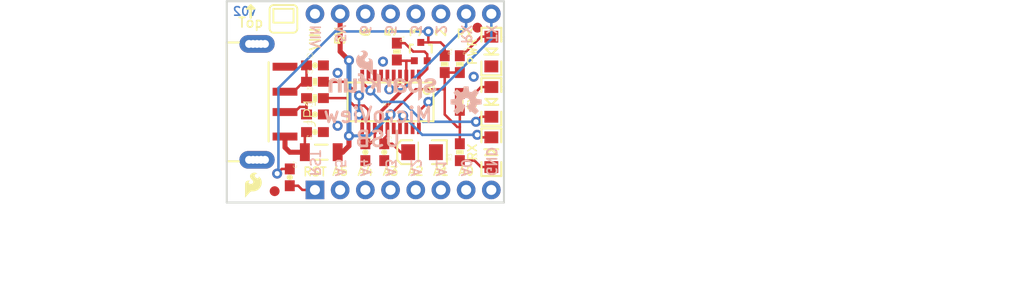
<source format=kicad_pcb>
(kicad_pcb (version 20211014) (generator pcbnew)
  (layers (0 "F.Cu" signal) (31 "B.Cu" signal) (34 "B.Paste" user) (35 "F.Paste" user) (36 "B.SilkS" user "B.Silkscreen") (37 "F.SilkS" user "F.Silkscreen") (38 "B.Mask" user) (39 "F.Mask" user) (44 "Edge.Cuts" user))
  (net 0 "")
  (net 1 "5V")
  (net 2 "GND")
  (net 3 "3.3V")
  (net 4 "DTR")
  (net 5 "D-")
  (net 6 "D+")
  (net 7 "VUSB")
  (net 8 "TXLED")
  (net 9 "RXLED")
  (net 10 "N$8")
  (net 11 "N$10")
  (net 12 "TXD")
  (net 13 "RXD")
  (net 14 "N$6")
  (net 15 "N$7")
  (net 16 "N$12")
  (net 17 "N$1")
  (net 18 "N$2")
  (footprint "boardEagle:SOT323" (layer "F.Cu") (at 154.0891 99.9236)
    (fp_text reference "Q1" (at -1.1255 -1.878) (layer "F.SilkS") (effects (font (size 0.373888 0.373888) (thickness 0.032512)) (justify left bottom)))
    (fp_text value "2N7002PW")
    (pad "1" smd rect (at -0.65 0.925) (size 0.7 0.7) (layers "F.Cu" "F.Paste" "F.Mask") (net 3 "3.3V"))
    (pad "2" smd rect (at 0.65 0.925) (size 0.7 0.7) (layers "F.Cu" "F.Paste" "F.Mask") (net 16 "N$12"))
    (pad "3" smd rect (at 0 -0.925) (size 0.7 0.7) (layers "F.Cu" "F.Paste" "F.Mask") (net 4 "DTR"))
  )
  (footprint "boardEagle:PTC-1206-WIDE" (layer "F.Cu") (at 144.0561 110.0836)
    (fp_text reference "F1" (at -1.524 -1.27) (layer "F.SilkS") (effects (font (size 0.373888 0.373888) (thickness 0.032512)) (justify left bottom)))
    (fp_text value "500mA")
    (pad "1" smd rect (at -1.654 0) (size 1 1.8) (layers "F.Cu" "F.Paste" "F.Mask") (net 7 "VUSB"))
    (pad "2" smd rect (at 1.654 0) (size 1 1.8) (layers "F.Cu" "F.Paste" "F.Mask") (net 1 "5V"))
  )
  (footprint "boardEagle:0603-CAP" (layer "F.Cu") (at 148.5011 110.0836 -90)
    (fp_text reference "C6" (at -0.889 -0.762 -90) (layer "F.SilkS") (effects (font (size 0.373888 0.373888) (thickness 0.032512)) (justify left bottom)))
    (fp_text value "0.1uF")
    (pad "1" smd rect (at -0.85 0 270) (size 1.1 1) (layers "F.Cu" "F.Paste" "F.Mask") (net 3 "3.3V"))
    (pad "2" smd rect (at 0.85 0 270) (size 1.1 1) (layers "F.Cu" "F.Paste" "F.Mask") (net 2 "GND"))
  )
  (footprint "boardEagle:USB-A-SMT-MALE" (layer "F.Cu") (at 134.5311 105.0036 90)
    (fp_text reference "JP1" (at -2.7 9.07 90) (layer "F.SilkS") (effects (font (size 1.1684 1.1684) (thickness 0.1016)) (justify left bottom)))
    (fp_text value "USBA-SMD-MALE" hide)
    (pad "" np_thru_hole circle (at 5.85 2.25 90) (size 0.8 0.8) (drill 0.8) (layers *.Cu *.Mask))
    (pad "" np_thru_hole circle (at -5.85 2.65 90) (size 0.8 0.8) (drill 0.8) (layers *.Cu *.Mask))
    (pad "" np_thru_hole circle (at -5.85 2.25 90) (size 0.8 0.8) (drill 0.8) (layers *.Cu *.Mask))
    (pad "" np_thru_hole circle (at 5.85 2.65 90) (size 0.8 0.8) (drill 0.8) (layers *.Cu *.Mask))
    (pad "" np_thru_hole circle (at -5.85 3.85 90) (size 0.8 0.8) (drill 0.8) (layers *.Cu *.Mask))
    (pad "" np_thru_hole circle (at -5.85 3.45 90) (size 0.8 0.8) (drill 0.8) (layers *.Cu *.Mask))
    (pad "" np_thru_hole circle (at -2.25 3.12 90) (size 1.1 1.1) (drill 1.1) (layers *.Cu *.Mask))
    (pad "" np_thru_hole circle (at 5.85 3.45 90) (size 0.8 0.8) (drill 0.8) (layers *.Cu *.Mask))
    (pad "" np_thru_hole circle (at 2.25 3.12 90) (size 1.1 1.1) (drill 1.1) (layers *.Cu *.Mask))
    (pad "" np_thru_hole circle (at 5.85 3.85 90) (size 0.8 0.8) (drill 0.8) (layers *.Cu *.Mask))
    (pad "D+1" smd rect (at 1.027 5.87) (size 2.5 0.8) (layers "F.Cu" "F.Paste" "F.Mask") (net 6 "D+"))
    (pad "D-1" smd rect (at -1.027 5.87) (size 2.5 0.8) (layers "F.Cu" "F.Paste" "F.Mask") (net 5 "D-"))
    (pad "GND1" smd rect (at 3.5508 5.87) (size 2.5 0.8) (layers "F.Cu" "F.Paste" "F.Mask") (net 2 "GND"))
    (pad "P$1" thru_hole oval (at 5.85 3.05 180) (size 3.556 1.778) (drill 0.8) (layers *.Cu *.Mask))
    (pad "P$3" thru_hole oval (at -5.85 3.05 180) (size 3.556 1.778) (drill 0.8) (layers *.Cu *.Mask))
    (pad "VBUS1" smd rect (at -3.5 5.87) (size 2.5 0.8) (layers "F.Cu" "F.Paste" "F.Mask") (net 7 "VUSB"))
  )
  (footprint "boardEagle:0603-CAP" (layer "F.Cu") (at 150.4061 110.0836 -90)
    (fp_text reference "C5" (at -0.889 -0.762 -90) (layer "F.SilkS") (effects (font (size 0.373888 0.373888) (thickness 0.032512)) (justify left bottom)))
    (fp_text value "0.1uF")
    (pad "1" smd rect (at -0.85 0 270) (size 1.1 1) (layers "F.Cu" "F.Paste" "F.Mask") (net 1 "5V"))
    (pad "2" smd rect (at 0.85 0 270) (size 1.1 1) (layers "F.Cu" "F.Paste" "F.Mask") (net 2 "GND"))
  )
  (footprint "boardEagle:0603-CAP" (layer "F.Cu") (at 143.4211 106.2736)
    (fp_text reference "C2" (at -0.889 -0.762) (layer "F.SilkS") (effects (font (size 0.373888 0.373888) (thickness 0.032512)) (justify left bottom)))
    (fp_text value "47pF")
    (pad "1" smd rect (at -0.85 0) (size 1.1 1) (layers "F.Cu" "F.Paste" "F.Mask") (net 5 "D-"))
    (pad "2" smd rect (at 0.85 0) (size 1.1 1) (layers "F.Cu" "F.Paste" "F.Mask") (net 2 "GND"))
  )
  (footprint "boardEagle:0603-RES" (layer "F.Cu") (at 156.5021 101.1936 -90)
    (fp_text reference "R2" (at -0.889 -0.762 -90) (layer "F.SilkS") (effects (font (size 0.373888 0.373888) (thickness 0.032512)) (justify left bottom)))
    (fp_text value "10K")
    (pad "1" smd rect (at -0.85 0 270) (size 1.1 1) (layers "F.Cu" "F.Paste" "F.Mask") (net 4 "DTR"))
    (pad "2" smd rect (at 0.85 0 270) (size 1.1 1) (layers "F.Cu" "F.Paste" "F.Mask") (net 1 "5V"))
  )
  (footprint "boardEagle:0603-RES" (layer "F.Cu") (at 158.0261 105.0036 -90)
    (fp_text reference "R4" (at -0.889 -0.762 -90) (layer "F.SilkS") (effects (font (size 0.373888 0.373888) (thickness 0.032512)) (justify left bottom)))
    (fp_text value "1K")
    (pad "1" smd rect (at -0.85 0 270) (size 1.1 1) (layers "F.Cu" "F.Paste" "F.Mask") (net 10 "N$8"))
    (pad "2" smd rect (at 0.85 0 270) (size 1.1 1) (layers "F.Cu" "F.Paste" "F.Mask") (net 1 "5V"))
  )
  (footprint "boardEagle:0603-CAP" (layer "F.Cu") (at 143.4211 108.0516)
    (fp_text reference "C1" (at -0.889 -0.762) (layer "F.SilkS") (effects (font (size 0.373888 0.373888) (thickness 0.032512)) (justify left bottom)))
    (fp_text value "0.1uF")
    (pad "1" smd rect (at -0.85 0) (size 1.1 1) (layers "F.Cu" "F.Paste" "F.Mask") (net 7 "VUSB"))
    (pad "2" smd rect (at 0.85 0) (size 1.1 1) (layers "F.Cu" "F.Paste" "F.Mask") (net 2 "GND"))
  )
  (footprint "boardEagle:LED-1206" (layer "F.Cu") (at 161.2011 105.0036 -90)
    (fp_text reference "D2" (at -0.889 -1.397 -90) (layer "F.SilkS") (effects (font (size 0.373888 0.373888) (thickness 0.032512)) (justify left bottom)))
    (fp_text value "RED")
    (pad "A" smd rect (at -1.5 0 270) (size 1.2 1.4) (layers "F.Cu" "F.Paste" "F.Mask") (net 10 "N$8"))
    (pad "C" smd rect (at 1.5 0 270) (size 1.2 1.4) (layers "F.Cu" "F.Paste" "F.Mask") (net 8 "TXLED"))
  )
  (footprint "boardEagle:LED-1206" (layer "F.Cu") (at 161.2011 99.9236 -90)
    (fp_text reference "D1" (at -0.889 -1.397 -90) (layer "F.SilkS") (effects (font (size 0.373888 0.373888) (thickness 0.032512)) (justify left bottom)))
    (fp_text value "GREEN")
    (pad "A" smd rect (at -1.5 0 270) (size 1.2 1.4) (layers "F.Cu" "F.Paste" "F.Mask") (net 17 "N$1"))
    (pad "C" smd rect (at 1.5 0 270) (size 1.2 1.4) (layers "F.Cu" "F.Paste" "F.Mask") (net 2 "GND"))
  )
  (footprint "boardEagle:0603-CAP" (layer "F.Cu") (at 143.4211 101.3206)
    (fp_text reference "C3" (at -0.889 -0.762) (layer "F.SilkS") (effects (font (size 0.373888 0.373888) (thickness 0.032512)) (justify left bottom)))
    (fp_text value "47pF")
    (pad "1" smd rect (at -0.85 0) (size 1.1 1) (layers "F.Cu" "F.Paste" "F.Mask") (net 6 "D+"))
    (pad "2" smd rect (at 0.85 0) (size 1.1 1) (layers "F.Cu" "F.Paste" "F.Mask") (net 2 "GND"))
  )
  (footprint "boardEagle:0603-RES" (layer "F.Cu") (at 158.0261 110.0836 90)
    (fp_text reference "R3" (at -0.889 -0.762 90) (layer "F.SilkS") (effects (font (size 0.373888 0.373888) (thickness 0.032512)) (justify left bottom)))
    (fp_text value "1K")
    (pad "1" smd rect (at -0.85 0 90) (size 1.1 1) (layers "F.Cu" "F.Paste" "F.Mask") (net 11 "N$10"))
    (pad "2" smd rect (at 0.85 0 90) (size 1.1 1) (layers "F.Cu" "F.Paste" "F.Mask") (net 1 "5V"))
  )
  (footprint "boardEagle:0603-CAP" (layer "F.Cu") (at 140.8811 112.6236 -90)
    (fp_text reference "C7" (at -0.889 -0.762 -90) (layer "F.SilkS") (effects (font (size 0.373888 0.373888) (thickness 0.032512)) (justify left bottom)))
    (fp_text value "0.1uF")
    (pad "1" smd rect (at -0.85 0 270) (size 1.1 1) (layers "F.Cu" "F.Paste" "F.Mask") (net 4 "DTR"))
    (pad "2" smd rect (at 0.85 0 270) (size 1.1 1) (layers "F.Cu" "F.Paste" "F.Mask") (net 18 "N$2"))
  )
  (footprint "boardEagle:SFE_LOGO_FLAME_.1" (layer "F.Cu") (at 136.0551 115.0366)
    (fp_text reference "LOGO1" hide)
    (fp_text value "SFE_LOGO_FLAME.1_INCH" hide)
  )
  (footprint "boardEagle:FIDUCIAL-1X2" (layer "F.Cu") (at 159.8041 97.5106)
    (fp_text reference "FID2" hide)
    (fp_text value "FIDUCIAL1X2" hide)
    (pad "1" smd roundrect (at 0 0) (size 1 1) (layers "F.Cu" "F.Mask") (roundrect_rratio 0.5))
  )
  (footprint "boardEagle:0603-RES" (layer "F.Cu") (at 158.0261 101.1936 -90)
    (fp_text reference "R5" (at -0.889 -0.762 -90) (layer "F.SilkS") (effects (font (size 0.373888 0.373888) (thickness 0.032512)) (justify left bottom)))
    (fp_text value "1K")
    (pad "1" smd rect (at -0.85 0 270) (size 1.1 1) (layers "F.Cu" "F.Paste" "F.Mask") (net 17 "N$1"))
    (pad "2" smd rect (at 0.85 0 270) (size 1.1 1) (layers "F.Cu" "F.Paste" "F.Mask") (net 1 "5V"))
  )
  (footprint "boardEagle:FIDUCIAL-1X2" (layer "F.Cu") (at 139.3571 114.0206)
    (fp_text reference "FID1" hide)
    (fp_text value "FIDUCIAL1X2" hide)
    (pad "1" smd roundrect (at 0 0) (size 1 1) (layers "F.Cu" "F.Mask") (roundrect_rratio 0.5))
  )
  (footprint "boardEagle:MV-DIP16-NODIMENSION" (layer "F.Cu") (at 143.4211 113.8936)
    (fp_text reference "J1" hide)
    (fp_text value "MICROVIEW-16ND" hide)
    (pad "1" thru_hole rect (at 0 0 90) (size 1.8796 1.8796) (drill 1.016) (layers *.Cu *.Mask) (net 18 "N$2"))
    (pad "2" thru_hole circle (at 2.54 0 90) (size 1.8796 1.8796) (drill 1.016) (layers *.Cu *.Mask))
    (pad "3" thru_hole circle (at 5.08 0 90) (size 1.8796 1.8796) (drill 1.016) (layers *.Cu *.Mask))
    (pad "4" thru_hole circle (at 7.62 0 90) (size 1.8796 1.8796) (drill 1.016) (layers *.Cu *.Mask))
    (pad "5" thru_hole circle (at 10.16 0 90) (size 1.8796 1.8796) (drill 1.016) (layers *.Cu *.Mask))
    (pad "6" thru_hole circle (at 12.7 0 90) (size 1.8796 1.8796) (drill 1.016) (layers *.Cu *.Mask))
    (pad "7" thru_hole circle (at 15.24 0 90) (size 1.8796 1.8796) (drill 1.016) (layers *.Cu *.Mask))
    (pad "8" thru_hole circle (at 17.78 0 90) (size 1.8796 1.8796) (drill 1.016) (layers *.Cu *.Mask) (net 2 "GND"))
    (pad "9" thru_hole circle (at 17.78 -17.78 270) (size 1.8796 1.8796) (drill 1.016) (layers *.Cu *.Mask) (net 12 "TXD"))
    (pad "10" thru_hole circle (at 15.24 -17.78 270) (size 1.8796 1.8796) (drill 1.016) (layers *.Cu *.Mask) (net 13 "RXD"))
    (pad "11" thru_hole circle (at 12.7 -17.78 270) (size 1.8796 1.8796) (drill 1.016) (layers *.Cu *.Mask))
    (pad "12" thru_hole circle (at 10.16 -17.78 270) (size 1.8796 1.8796) (drill 1.016) (layers *.Cu *.Mask))
    (pad "13" thru_hole circle (at 7.62 -17.78 270) (size 1.8796 1.8796) (drill 1.016) (layers *.Cu *.Mask))
    (pad "14" thru_hole circle (at 5.08 -17.78 270) (size 1.8796 1.8796) (drill 1.016) (layers *.Cu *.Mask))
    (pad "15" thru_hole circle (at 2.54 -17.78 270) (size 1.8796 1.8796) (drill 1.016) (layers *.Cu *.Mask) (net 1 "5V"))
    (pad "16" thru_hole circle (at 0 -17.78 270) (size 1.8796 1.8796) (drill 1.016) (layers *.Cu *.Mask))
  )
  (footprint "boardEagle:0603-RES" (layer "F.Cu") (at 143.4211 104.6226)
    (fp_text reference "R6" (at -0.889 -0.762) (layer "F.SilkS") (effects (font (size 0.373888 0.373888) (thickness 0.032512)) (justify left bottom)))
    (fp_text value "27")
    (pad "1" smd rect (at -0.85 0) (size 1.1 1) (layers "F.Cu" "F.Paste" "F.Mask") (net 5 "D-"))
    (pad "2" smd rect (at 0.85 0) (size 1.1 1) (layers "F.Cu" "F.Paste" "F.Mask") (net 14 "N$6"))
  )
  (footprint "boardEagle:0603-RES" (layer "F.Cu") (at 151.6761 99.9236 -90)
    (fp_text reference "R1" (at -0.889 -0.762 -90) (layer "F.SilkS") (effects (font (size 0.373888 0.373888) (thickness 0.032512)) (justify left bottom)))
    (fp_text value "10K")
    (pad "1" smd rect (at -0.85 0 270) (size 1.1 1) (layers "F.Cu" "F.Paste" "F.Mask") (net 16 "N$12"))
    (pad "2" smd rect (at 0.85 0 270) (size 1.1 1) (layers "F.Cu" "F.Paste" "F.Mask") (net 3 "3.3V"))
  )
  (footprint "boardEagle:0603-RES" (layer "F.Cu") (at 143.4211 102.9716)
    (fp_text reference "R7" (at -0.889 -0.762) (layer "F.SilkS") (effects (font (size 0.373888 0.373888) (thickness 0.032512)) (justify left bottom)))
    (fp_text value "27")
    (pad "1" smd rect (at -0.85 0) (size 1.1 1) (layers "F.Cu" "F.Paste" "F.Mask") (net 6 "D+"))
    (pad "2" smd rect (at 0.85 0) (size 1.1 1) (layers "F.Cu" "F.Paste" "F.Mask") (net 15 "N$7"))
  )
  (footprint "boardEagle:LED-1206" (layer "F.Cu") (at 161.2011 110.0836 90)
    (fp_text reference "D3" (at -0.889 -1.397 90) (layer "F.SilkS") (effects (font (size 0.373888 0.373888) (thickness 0.032512)) (justify left bottom)))
    (fp_text value "Yellow")
    (pad "A" smd rect (at -1.5 0 90) (size 1.2 1.4) (layers "F.Cu" "F.Paste" "F.Mask") (net 11 "N$10"))
    (pad "C" smd rect (at 1.5 0 90) (size 1.2 1.4) (layers "F.Cu" "F.Paste" "F.Mask") (net 9 "RXLED"))
  )
  (footprint "boardEagle:CREATIVE_COMMONS" (layer "F.Cu") (at 131.9911 125.3236)
    (fp_text reference "FRAME1" hide)
    (fp_text value "FRAME-LETTER" hide)
  )
  (footprint "boardEagle:SSOP20_L" (layer "F.Cu") (at 151.0411 105.0036 180)
    (fp_text reference "U1" (at 0 0 180) (layer "F.SilkS") (effects (font (size 0.373888 0.373888) (thickness 0.032512)) (justify right top)))
    (fp_text value "FT231XS")
    (pad "1" smd rect (at -2.8575 2.6797) (size 0.381 1.143) (layers "F.Cu" "F.Paste" "F.Mask") (net 16 "N$12"))
    (pad "2" smd rect (at -2.2225 2.6797) (size 0.381 1.143) (layers "F.Cu" "F.Paste" "F.Mask"))
    (pad "3" smd rect (at -1.5875 2.6797) (size 0.381 1.143) (layers "F.Cu" "F.Paste" "F.Mask") (net 3 "3.3V"))
    (pad "4" smd rect (at -0.9525 2.6797) (size 0.381 1.143) (layers "F.Cu" "F.Paste" "F.Mask") (net 13 "RXD"))
    (pad "5" smd rect (at -0.3175 2.6797) (size 0.381 1.143) (layers "F.Cu" "F.Paste" "F.Mask"))
    (pad "6" smd rect (at 0.3175 2.6797) (size 0.381 1.143) (layers "F.Cu" "F.Paste" "F.Mask") (net 2 "GND"))
    (pad "7" smd rect (at 0.9525 2.6797) (size 0.381 1.143) (layers "F.Cu" "F.Paste" "F.Mask"))
    (pad "8" smd rect (at 1.5875 2.6797) (size 0.381 1.143) (layers "F.Cu" "F.Paste" "F.Mask"))
    (pad "9" smd rect (at 2.2225 2.6797) (size 0.381 1.143) (layers "F.Cu" "F.Paste" "F.Mask"))
    (pad "10" smd rect (at 2.8575 2.6797) (size 0.381 1.143) (layers "F.Cu" "F.Paste" "F.Mask") (net 8 "TXLED"))
    (pad "11" smd rect (at 2.8575 -2.6797 180) (size 0.381 1.143) (layers "F.Cu" "F.Paste" "F.Mask") (net 15 "N$7"))
    (pad "12" smd rect (at 2.2225 -2.6797 180) (size 0.381 1.143) (layers "F.Cu" "F.Paste" "F.Mask") (net 14 "N$6"))
    (pad "13" smd rect (at 1.5875 -2.6797 180) (size 0.381 1.143) (layers "F.Cu" "F.Paste" "F.Mask") (net 3 "3.3V"))
    (pad "14" smd rect (at 0.9525 -2.6797 180) (size 0.381 1.143) (layers "F.Cu" "F.Paste" "F.Mask") (net 3 "3.3V"))
    (pad "15" smd rect (at 0.3175 -2.6797 180) (size 0.381 1.143) (layers "F.Cu" "F.Paste" "F.Mask") (net 1 "5V"))
    (pad "16" smd rect (at -0.3175 -2.6797 180) (size 0.381 1.143) (layers "F.Cu" "F.Paste" "F.Mask") (net 2 "GND"))
    (pad "17" smd rect (at -0.9525 -2.6797 180) (size 0.381 1.143) (layers "F.Cu" "F.Paste" "F.Mask") (net 9 "RXLED"))
    (pad "18" smd rect (at -1.5875 -2.6797 180) (size 0.381 1.143) (layers "F.Cu" "F.Paste" "F.Mask"))
    (pad "19" smd rect (at -2.2225 -2.6797 180) (size 0.381 1.143) (layers "F.Cu" "F.Paste" "F.Mask"))
    (pad "20" smd rect (at -2.8575 -2.6797 180) (size 0.381 1.143) (layers "F.Cu" "F.Paste" "F.Mask") (net 12 "TXD"))
  )
  (footprint "boardEagle:EIA3216" (layer "F.Cu") (at 154.2161 110.0836 180)
    (fp_text reference "C4" (at -2.54 -1.381 180) (layer "F.SilkS") (effects (font (size 0.373888 0.373888) (thickness 0.032512)) (justify right top)))
    (fp_text value "10uF")
    (pad "A" smd rect (at 1.4 0 270) (size 1.6 1.4) (layers "F.Cu" "F.Paste" "F.Mask") (net 1 "5V"))
    (pad "C" smd rect (at -1.4 0 270) (size 1.6 1.4) (layers "F.Cu" "F.Paste" "F.Mask") (net 2 "GND"))
  )
  (footprint "boardEagle:OSHW-LOGO-S" (layer "B.Cu") (at 158.6611 105.0036 180)
    (fp_text reference "LOGO2" hide)
    (fp_text value "OSHW-LOGOS" hide)
  )
  (footprint "boardEagle:SFE_LOGO_NAME_FLAME_.1" (layer "B.Cu") (at 156.1211 105.0036 180)
    (fp_text reference "LOGO3" hide)
    (fp_text value "SFE_LOGO_NAME_FLAME.1_INCH" hide)
  )
  (gr_line (start 141.232121 95.2246) (end 139.260078 95.2246) (layer "F.SilkS") (width 0.1778))
  (gr_line (start 136.8171 95.4786) (end 137.0711 95.4786) (layer "F.SilkS") (width 0.1778))
  (gr_line (start 136.9441 95.2246) (end 136.5631 95.6056) (layer "F.SilkS") (width 0.1778))
  (gr_line (start 139.2301 95.6056) (end 139.2301 97.0026) (layer "F.SilkS") (width 0.1778))
  (gr_line (start 138.8491 97.607622) (end 138.8491 95.635579) (layer "F.SilkS") (width 0.1778))
  (gr_line (start 141.2621 95.6056) (end 139.2301 95.6056) (layer "F.SilkS") (width 0.1778))
  (gr_arc (start 141.643099 97.607622) (mid 141.522726 97.898227) (end 141.232121 98.0186) (layer "F.SilkS") (width 0.1778))
  (gr_arc (start 139.260078 98.0186) (mid 138.969473 97.898227) (end 138.8491 97.607622) (layer "F.SilkS") (width 0.1778))
  (gr_line (start 141.6431 97.607622) (end 141.6431 95.635579) (layer "F.SilkS") (width 0.1778))
  (gr_arc (start 138.849099 95.635579) (mid 138.969472 95.344973) (end 139.260078 95.2246) (layer "F.SilkS") (width 0.1778))
  (gr_line (start 141.2621 97.0026) (end 141.2621 95.6056) (layer "F.SilkS") (width 0.1778))
  (gr_line (start 136.5631 95.6056) (end 137.3251 95.6056) (layer "F.SilkS") (width 0.1778))
  (gr_arc (start 141.232119 95.2246) (mid 141.522726 95.344973) (end 141.6431 95.635579) (layer "F.SilkS") (width 0.1778))
  (gr_line (start 139.2301 97.0026) (end 141.2621 97.0026) (layer "F.SilkS") (width 0.1778))
  (gr_line (start 137.3251 95.6056) (end 136.9441 95.2246) (layer "F.SilkS") (width 0.1778))
  (gr_line (start 139.260078 98.0186) (end 141.232121 98.0186) (layer "F.SilkS") (width 0.1778))
  (gr_line (start 136.9441 96.4946) (end 136.9441 95.3516) (layer "F.SilkS") (width 0.254))
  (gr_line (start 134.5311 115.1636) (end 162.4711 115.1636) (layer "Edge.Cuts") (width 0.2032))
  (gr_line (start 162.4711 94.8436) (end 134.5311 94.8436) (layer "Edge.Cuts") (width 0.2032))
  (gr_line (start 134.5311 94.8436) (end 134.5311 115.1636) (layer "Edge.Cuts") (width 0.2032))
  (gr_line (start 162.4711 115.1636) (end 162.4711 94.8436) (layer "Edge.Cuts") (width 0.2032))
  (gr_text "v02" (at 136.3091 95.8596) (layer "B.Cu") (effects (font (size 0.8636 0.8636) (thickness 0.1524)) (justify mirror)))
  (gr_text "A3" (at 151.0411 112.6236 -90) (layer "B.SilkS") (effects (font (size 0.97155 0.97155) (thickness 0.17145)) (justify left mirror)))
  (gr_text "A4" (at 148.5011 112.6236 -90) (layer "B.SilkS") (effects (font (size 0.97155 0.97155) (thickness 0.17145)) (justify left mirror)))
  (gr_text "2" (at 156.1211 97.1296 -90) (layer "B.SilkS") (effects (font (size 0.97155 0.97155) (thickness 0.17145)) (justify right mirror)))
  (gr_text "A0" (at 158.6611 112.6236 -90) (layer "B.SilkS") (effects (font (size 0.97155 0.97155) (thickness 0.17145)) (justify left mirror)))
  (gr_text "5" (at 151.0411 97.1296 -90) (layer "B.SilkS") (effects (font (size 0.97155 0.97155) (thickness 0.17145)) (justify right mirror)))
  (gr_text "RX" (at 158.6611 97.1296 -90) (layer "B.SilkS") (effects (font (size 0.97155 0.97155) (thickness 0.17145)) (justify right mirror)))
  (gr_text "5V" (at 145.9611 97.1296 -90) (layer "B.SilkS") (effects (font (size 0.97155 0.97155) (thickness 0.17145)) (justify right mirror)))
  (gr_text "GND" (at 161.2011 112.6236 -90) (layer "B.SilkS") (effects (font (size 0.97155 0.97155) (thickness 0.17145)) (justify left mirror)))
  (gr_text "6" (at 148.5011 97.1296 -90) (layer "B.SilkS") (effects (font (size 0.97155 0.97155) (thickness 0.17145)) (justify right mirror)))
  (gr_text "A5" (at 145.9611 112.6236 -90) (layer "B.SilkS") (effects (font (size 0.97155 0.97155) (thickness 0.17145)) (justify left mirror)))
  (gr_text "RST" (at 143.4211 112.6236 -90) (layer "B.SilkS") (effects (font (size 0.97155 0.97155) (thickness 0.17145)) (justify left mirror)))
  (gr_text "TX" (at 161.2011 97.1296 -90) (layer "B.SilkS") (effects (font (size 0.97155 0.97155) (thickness 0.17145)) (justify right mirror)))
  (gr_text "VIN" (at 143.4211 97.1296 -90) (layer "B.SilkS") (effects (font (size 0.97155 0.97155) (thickness 0.17145)) (justify right mirror)))
  (gr_text "MicroView\nUSB" (at 149.7711 107.5436) (layer "B.SilkS") (effects (font (size 1.5113 1.5113) (thickness 0.2667)) (justify mirror)))
  (gr_text "A2" (at 153.5811 112.6236 -90) (layer "B.SilkS") (effects (font (size 0.97155 0.97155) (thickness 0.17145)) (justify left mirror)))
  (gr_text "A1" (at 156.1211 112.6236 -90) (layer "B.SilkS") (effects (font (size 0.97155 0.97155) (thickness 0.17145)) (justify left mirror)))
  (gr_text "3" (at 153.5811 97.1296 -90) (layer "B.SilkS") (effects (font (size 0.97155 0.97155) (thickness 0.17145)) (justify right mirror)))
  (gr_text "A2" (at 153.5811 112.014) (layer "F.SilkS") (effects (font (size 0.8636 0.8636) (thickness 0.1524))))
  (gr_text "VIN" (at 143.4211 97.3836 90) (layer "F.SilkS") (effects (font (size 0.97155 0.97155) (thickness 0.17145)) (justify right)))
  (gr_text "5V" (at 145.9611 97.3836 90) (layer "F.SilkS") (effects (font (size 0.97155 0.97155) (thickness 0.17145)) (justify right)))
  (gr_text "A4" (at 148.5011 112.014) (layer "F.SilkS") (effects (font (size 0.8636 0.8636) (thickness 0.1524))))
  (gr_text "RX" (at 159.2961 110.0836 90) (layer "F.SilkS") (effects (font (size 0.8636 0.8636) (thickness 0.1524))))
  (gr_text "A1" (at 156.1211 112.014) (layer "F.SilkS") (effects (font (size 0.8636 0.8636) (thickness 0.1524))))
  (gr_text "5" (at 151.0411 97.3836 90) (layer "F.SilkS") (effects (font (size 0.97155 0.97155) (thickness 0.17145)) (justify right)))
  (gr_text "Top" (at 136.9441 97.0026) (layer "F.SilkS") (effects (font (size 0.97155 0.97155) (thickness 0.17145))))
  (gr_text "A0" (at 158.6611 112.014) (layer "F.SilkS") (effects (font (size 0.8636 0.8636) (thickness 0.1524))))
  (gr_text "A3" (at 151.0411 112.014) (layer "F.SilkS") (effects (font (size 0.8636 0.8636) (thickness 0.1524))))
  (gr_text "2" (at 156.1211 97.3836 90) (layer "F.SilkS") (effects (font (size 0.97155 0.97155) (thickness 0.17145)) (justify right)))
  (gr_text "PWR" (at 159.2961 99.9236 90) (layer "F.SilkS") (effects (font (size 0.8636 0.8636) (thickness 0.1524))))
  (gr_text "3" (at 153.5811 97.3836 90) (layer "F.SilkS") (effects (font (size 0.97155 0.97155) (thickness 0.17145)) (justify right)))
  (gr_text "RX" (at 158.5341 97.6376) (layer "F.SilkS") (effects (font (size 0.8636 0.8636) (thickness 0.1524)) (justify top)))
  (gr_text "6" (at 148.5011 97.3836 90) (layer "F.SilkS") (effects (font (size 0.97155 0.97155) (thickness 0.17145)) (justify right)))
  (gr_text "RST" (at 143.4211 112.0648) (layer "F.SilkS") (effects (font (size 0.8636 0.8636) (thickness 0.1524))))
  (gr_text "TX" (at 159.2961 105.0036 90) (layer "F.SilkS") (effects (font (size 0.8636 0.8636) (thickness 0.1524))))
  (gr_text "A5" (at 145.9611 112.014) (layer "F.SilkS") (effects (font (size 0.8636 0.8636) (thickness 0.1524))))
  (segment (start 150.7236 107.6833) (end 150.7236 106.5911) (width 0.3048) (layer "F.Cu") (net 1))
  (segment (start 153.5811 103.7336) (end 151.0411 106.2736) (width 0.254) (layer "F.Cu") (net 1))
  (segment (start 145.9611 99.9236) (end 145.9611 96.1136) (width 0.508) (layer "F.Cu") (net 1))
  (segment (start 156.5021 103.7336) (end 156.5021 106.2736) (width 0.254) (layer "F.Cu") (net 1))
  (segment (start 146.8501 108.4326) (end 146.8501 109.4486) (width 0.508) (layer "F.Cu") (net 1))
  (segment (start 152.8161 110.0836) (end 152.0571 110.0836) (width 0.254) (layer "F.Cu") (net 1))
  (segment (start 150.7236 106.5911) (end 151.0411 106.2736) (width 0.3048) (layer "F.Cu") (net 1))
  (segment (start 150.7236 108.3691) (end 150.4061 108.6866) (width 0.254) (layer "F.Cu") (net 1))
  (segment (start 146.2151 110.0836) (end 146.8501 109.4486) (width 0.508) (layer "F.Cu") (net 1))
  (segment (start 151.2071 109.2336) (end 152.0571 110.0836) (width 0.254) (layer "F.Cu") (net 1))
  (segment (start 156.5021 102.0436) (end 158.0261 102.0436) (width 0.254) (layer "F.Cu") (net 1))
  (segment (start 150.4061 109.2336) (end 151.2071 109.2336) (width 0.254) (layer "F.Cu") (net 1))
  (segment (start 150.4061 109.2336) (end 150.4061 108.6866) (width 0.254) (layer "F.Cu") (net 1))
  (segment (start 146.2151 110.0836) (end 145.7101 110.0836) (width 0.508) (layer "F.Cu") (net 1))
  (segment (start 156.5021 106.2736) (end 157.7721 107.5436) (width 0.254) (layer "F.Cu") (net 1))
  (segment (start 156.5021 103.7336) (end 156.5021 102.0436) (width 0.254) (layer "F.Cu") (net 1))
  (segment (start 153.5811 103.7336) (end 156.5021 103.7336) (width 0.254) (layer "F.Cu") (net 1))
  (segment (start 158.0261 107.5436) (end 158.0261 105.8536) (width 0.254) (layer "F.Cu") (net 1))
  (segment (start 146.8501 100.8126) (end 145.9611 99.9236) (width 0.508) (layer "F.Cu") (net 1))
  (segment (start 158.0261 109.2336) (end 158.0261 107.5436) (width 0.254) (layer "F.Cu") (net 1))
  (segment (start 150.7236 107.6833) (end 150.7236 108.3691) (width 0.254) (layer "F.Cu") (net 1))
  (segment (start 157.7721 107.5436) (end 158.0261 107.5436) (width 0.254) (layer "F.Cu") (net 1))
  (via (at 146.8501 108.4326) (size 1.016) (drill 0.508) (layers "F.Cu" "B.Cu") (net 1))
  (via (at 151.0411 106.2736) (size 1.016) (drill 0.508) (layers "F.Cu" "B.Cu") (net 1))
  (via (at 146.8501 100.8126) (size 1.016) (drill 0.508) (layers "F.Cu" "B.Cu") (net 1))
  (segment (start 146.8501 108.4326) (end 148.8821 108.4326) (width 0.3048) (layer "B.Cu") (net 1))
  (segment (start 148.8821 108.4326) (end 151.0411 106.2736) (width 0.3048) (layer "B.Cu") (net 1))
  (segment (start 146.8501 108.4326) (end 146.8501 100.8126) (width 0.508) (layer "B.Cu") (net 1))
  (via (at 145.7071 107.4166) (size 1.016) (drill 0.508) (layers "F.Cu" "B.Cu") (net 2))
  (via (at 145.7071 102.0826) (size 1.016) (drill 0.508) (layers "F.Cu" "B.Cu") (net 2))
  (via (at 159.4231 102.4636) (size 1.016) (drill 0.508) (layers "F.Cu" "B.Cu") (net 2))
  (via (at 150.2791 100.9396) (size 1.016) (drill 0.508) (layers "F.Cu" "B.Cu") (net 2))
  (segment (start 152.6286 102.3239) (end 152.6286 100.9121) (width 0.254) (layer "F.Cu") (net 3))
  (segment (start 148.5011 109.2336) (end 148.9701 109.2336) (width 0.254) (layer "F.Cu") (net 3))
  (segment (start 150.0886 107.6833) (end 150.0886 105.9561) (width 0.3556) (layer "F.Cu") (net 3))
  (segment (start 152.6286 103.4161) (end 150.0886 105.9561) (width 0.3556) (layer "F.Cu") (net 3))
  (segment (start 149.4536 107.6833) (end 150.0886 107.6833) (width 0.254) (layer "F.Cu") (net 3))
  (segment (start 152.6921 100.8486) (end 153.4391 100.8486) (width 0.254) (layer "F.Cu") (net 3))
  (segment (start 151.6761 100.7736) (end 151.7511 100.8486) (width 0.254) (layer "F.Cu") (net 3))
  (segment (start 151.7511 100.8486) (end 152.6921 100.8486) (width 0.254) (layer "F.Cu") (net 3))
  (segment (start 149.4536 107.6833) (end 149.4536 108.7501) (width 0.254) (layer "F.Cu") (net 3))
  (segment (start 152.6286 100.9121) (end 152.6921 100.8486) (width 0.254) (layer "F.Cu") (net 3))
  (segment (start 148.9701 109.2336) (end 149.4536 108.7501) (width 0.254) (layer "F.Cu") (net 3))
  (segment (start 152.6286 102.3239) (end 152.6286 103.4161) (width 0.3556) (layer "F.Cu") (net 3))
  (segment (start 156.0851 98.9986) (end 156.5021 99.4156) (width 0.254) (layer "F.Cu") (net 4))
  (segment (start 156.5021 100.3436) (end 156.5021 99.4156) (width 0.254) (layer "F.Cu") (net 4))
  (segment (start 154.0891 98.9986) (end 154.8511 98.9986) (width 0.254) (layer "F.Cu") (net 4))
  (segment (start 154.8511 98.9986) (end 156.0851 98.9986) (width 0.254) (layer "F.Cu") (net 4))
  (segment (start 154.8511 97.8916) (end 154.8511 98.9986) (width 0.254) (layer "F.Cu") (net 4))
  (segment (start 140.8811 111.7736) (end 140.0801 111.7736) (width 0.254) (layer "F.Cu") (net 4))
  (segment (start 140.0801 111.7736) (end 139.6111 112.2426) (width 0.254) (layer "F.Cu") (net 4))
  (via (at 139.6111 112.2426) (size 1.016) (drill 0.508) (layers "F.Cu" "B.Cu") (net 4))
  (via (at 154.8511 97.8916) (size 1.016) (drill 0.508) (layers "F.Cu" "B.Cu") (net 4))
  (segment (start 139.7381 103.6066) (end 139.7381 112.1156) (width 0.254) (layer "B.Cu") (net 4))
  (segment (start 139.7381 112.1156) (end 139.6111 112.2426) (width 0.254) (layer "B.Cu") (net 4))
  (segment (start 145.4531 97.8916) (end 154.8511 97.8916) (width 0.254) (layer "B.Cu") (net 4))
  (segment (start 139.7381 103.6066) (end 145.4531 97.8916) (width 0.254) (layer "B.Cu") (net 4))
  (segment (start 142.5711 105.5116) (end 142.5711 104.6226) (width 0.254) (layer "F.Cu") (net 5))
  (segment (start 141.8971 105.5116) (end 142.5711 105.5116) (width 0.254) (layer "F.Cu") (net 5))
  (segment (start 142.5711 106.2736) (end 142.5711 105.5116) (width 0.254) (layer "F.Cu") (net 5))
  (segment (start 141.3781 106.0306) (end 141.8971 105.5116) (width 0.254) (layer "F.Cu") (net 5))
  (segment (start 140.4011 106.0306) (end 141.3781 106.0306) (width 0.254) (layer "F.Cu") (net 5))
  (segment (start 142.5711 102.9716) (end 142.1511 102.9716) (width 0.254) (layer "F.Cu") (net 6))
  (segment (start 142.2781 102.9716) (end 141.2731 103.9766) (width 0.254) (layer "F.Cu") (net 6))
  (segment (start 142.5711 102.9716) (end 142.5711 101.3206) (width 0.254) (layer "F.Cu") (net 6))
  (segment (start 140.4011 103.9766) (end 141.2731 103.9766) (width 0.254) (layer "F.Cu") (net 6))
  (segment (start 142.5711 102.9716) (end 142.2781 102.9716) (width 0.254) (layer "F.Cu") (net 6))
  (segment (start 142.4021 110.0836) (end 142.4021 108.2206) (width 0.254) (layer "F.Cu") (net 7))
  (segment (start 142.4021 108.2206) (end 142.5711 108.0516) (width 0.254) (layer "F.Cu") (net 7))
  (segment (start 140.4011 109.6036) (end 140.8811 110.0836) (width 0.508) (layer "F.Cu") (net 7))
  (segment (start 140.4011 108.5036) (end 140.4011 109.6036) (width 0.508) (layer "F.Cu") (net 7))
  (segment (start 140.8811 110.0836) (end 142.4021 110.0836) (width 0.508) (layer "F.Cu") (net 7))
  (segment (start 148.1836 103.0351) (end 148.1836 102.3239) (width 0.254) (layer "F.Cu") (net 8))
  (segment (start 149.0091 103.8606) (end 148.1836 103.0351) (width 0.254) (layer "F.Cu") (net 8))
  (segment (start 161.2011 106.5036) (end 160.1611 106.5036) (width 0.254) (layer "F.Cu") (net 8))
  (segment (start 160.1611 106.5036) (end 159.6531 107.0116) (width 0.254) (layer "F.Cu") (net 8))
  (via (at 149.0091 103.8606) (size 1.016) (drill 0.508) (layers "F.Cu" "B.Cu") (net 8))
  (via (at 159.6531 107.0116) (size 1.016) (drill 0.508) (layers "F.Cu" "B.Cu") (net 8))
  (segment (start 154.3191 107.0116) (end 152.3111 105.0036) (width 0.254) (layer "B.Cu") (net 8))
  (segment (start 152.3111 105.0036) (end 150.1521 105.0036) (width 0.254) (layer "B.Cu") (net 8))
  (segment (start 154.3191 107.0116) (end 159.6531 107.0116) (width 0.254) (layer "B.Cu") (net 8))
  (segment (start 150.1521 105.0036) (end 149.0091 103.8606) (width 0.254) (layer "B.Cu") (net 8))
  (segment (start 160.0341 108.5836) (end 161.2011 108.5836) (width 0.254) (layer "F.Cu") (net 9))
  (segment (start 159.7801 108.3296) (end 160.0341 108.5836) (width 0.254) (layer "F.Cu") (net 9))
  (segment (start 151.9936 106.7181) (end 152.3111 106.4006) (width 0.254) (layer "F.Cu") (net 9))
  (segment (start 151.9936 107.6833) (end 151.9936 106.7181) (width 0.254) (layer "F.Cu") (net 9))
  (via (at 159.7801 108.3296) (size 1.016) (drill 0.508) (layers "F.Cu" "B.Cu") (net 9))
  (via (at 152.3111 106.4006) (size 1.016) (drill 0.508) (layers "F.Cu" "B.Cu") (net 9))
  (segment (start 154.2401 108.3296) (end 152.3111 106.4006) (width 0.254) (layer "B.Cu") (net 9))
  (segment (start 159.7801 108.3296) (end 154.2401 108.3296) (width 0.254) (layer "B.Cu") (net 9))
  (segment (start 161.2011 103.5036) (end 160.1611 103.5036) (width 0.254) (layer "F.Cu") (net 10))
  (segment (start 158.0261 104.1536) (end 159.5111 104.1536) (width 0.254) (layer "F.Cu") (net 10))
  (segment (start 159.5111 104.1536) (end 160.1611 103.5036) (width 0.254) (layer "F.Cu") (net 10))
  (segment (start 159.5111 110.9336) (end 160.1611 111.5836) (width 0.254) (layer "F.Cu") (net 11))
  (segment (start 161.2011 111.5836) (end 160.1611 111.5836) (width 0.254) (layer "F.Cu") (net 11))
  (segment (start 158.0261 110.9336) (end 159.5111 110.9336) (width 0.254) (layer "F.Cu") (net 11))
  (segment (start 153.8986 105.9561) (end 154.8511 105.0036) (width 0.254) (layer "F.Cu") (net 12))
  (segment (start 153.8986 107.6833) (end 153.8986 105.9561) (width 0.254) (layer "F.Cu") (net 12))
  (via (at 154.8511 105.0036) (size 1.016) (drill 0.508) (layers "F.Cu" "B.Cu") (net 12))
  (segment (start 154.8511 105.0036) (end 161.2011 98.6536) (width 0.254) (layer "B.Cu") (net 12))
  (segment (start 161.2011 98.6536) (end 161.2011 96.1136) (width 0.254) (layer "B.Cu") (net 12))
  (segment (start 151.9936 102.3239) (end 151.9936 103.1621) (width 0.254) (layer "F.Cu") (net 13))
  (segment (start 151.9936 103.1621) (end 151.4221 103.7336) (width 0.254) (layer "F.Cu") (net 13))
  (segment (start 151.4221 103.7336) (end 150.9141 103.7336) (width 0.254) (layer "F.Cu") (net 13))
  (via (at 150.9141 103.7336) (size 1.016) (drill 0.508) (layers "F.Cu" "B.Cu") (net 13))
  (segment (start 158.6611 97.3836) (end 158.6611 96.1136) (width 0.254) (layer "B.Cu") (net 13))
  (segment (start 150.9141 103.7336) (end 152.3111 103.7336) (width 0.254) (layer "B.Cu") (net 13))
  (segment (start 152.3111 103.7336) (end 158.6611 97.3836) (width 0.254) (layer "B.Cu") (net 13))
  (segment (start 144.2711 104.6226) (end 146.5961 104.6226) (width 0.254) (layer "F.Cu") (net 14))
  (segment (start 146.5961 104.6226) (end 147.3581 105.3846) (width 0.254) (layer "F.Cu") (net 14))
  (segment (start 148.8186 107.6833) (end 148.8186 105.8291) (width 0.254) (layer "F.Cu") (net 14))
  (segment (start 148.3741 105.3846) (end 147.3581 105.3846) (width 0.254) (layer "F.Cu") (net 14))
  (segment (start 148.8186 105.8291) (end 148.3741 105.3846) (width 0.254) (layer "F.Cu") (net 14))
  (segment (start 144.2711 102.9716) (end 146.4691 102.9716) (width 0.254) (layer "F.Cu") (net 15))
  (segment (start 148.1836 106.5911) (end 147.8661 106.2736) (width 0.254) (layer "F.Cu") (net 15))
  (segment (start 148.1836 107.6833) (end 148.1836 106.5911) (width 0.254) (layer "F.Cu") (net 15))
  (segment (start 146.4691 102.9716) (end 147.8661 104.3686) (width 0.254) (layer "F.Cu") (net 15))
  (via (at 147.8661 106.2736) (size 1.016) (drill 0.508) (layers "F.Cu" "B.Cu") (net 15))
  (via (at 147.8661 104.3686) (size 1.016) (drill 0.508) (layers "F.Cu" "B.Cu") (net 15))
  (segment (start 147.8661 106.2736) (end 147.8661 104.3686) (width 0.254) (layer "B.Cu") (net 15))
  (segment (start 153.8986 102.3239) (end 154.1018 102.3239) (width 0.254) (layer "F.Cu") (net 16))
  (segment (start 154.1018 102.3239) (end 154.7391 101.6866) (width 0.254) (layer "F.Cu") (net 16))
  (segment (start 154.4701 99.9236) (end 153.3271 99.9236) (width 0.254) (layer "F.Cu") (net 16))
  (segment (start 152.4771 99.0736) (end 153.3271 99.9236) (width 0.254) (layer "F.Cu") (net 16))
  (segment (start 154.7391 100.8486) (end 154.7391 101.6866) (width 0.254) (layer "F.Cu") (net 16))
  (segment (start 154.7391 100.8486) (end 154.7391 100.1926) (width 0.254) (layer "F.Cu") (net 16))
  (segment (start 154.7391 100.1926) (end 154.4701 99.9236) (width 0.254) (layer "F.Cu") (net 16))
  (segment (start 151.6761 99.0736) (end 152.4771 99.0736) (width 0.254) (layer "F.Cu") (net 16))
  (segment (start 158.2411 100.3436) (end 160.1611 98.4236) (width 0.254) (layer "F.Cu") (net 17))
  (segment (start 158.0261 100.3436) (end 158.2411 100.3436) (width 0.254) (layer "F.Cu") (net 17))
  (segment (start 161.2011 98.4236) (end 160.1611 98.4236) (width 0.254) (layer "F.Cu") (net 17))
  (segment (start 140.8811 113.4736) (end 141.7311 113.4736) (width 0.254) (layer "F.Cu") (net 18))
  (segment (start 142.1511 113.8936) (end 141.7311 113.4736) (width 0.254) (layer "F.Cu") (net 18))
  (segment (start 143.4211 113.8936) (end 142.1511 113.8936) (width 0.254) (layer "F.Cu") (net 18))
)
</source>
